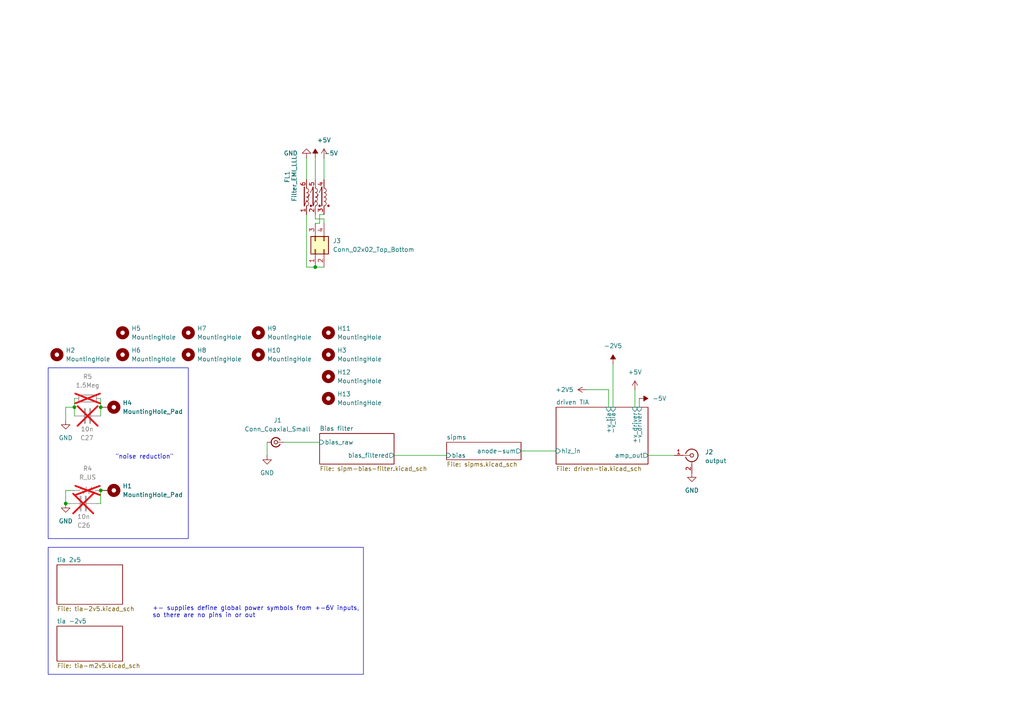
<source format=kicad_sch>
(kicad_sch (version 20250114) (generator "eeschema") (generator_version "9.0")
  (paper "A4")
  (lib_symbols
    (symbol "Connector:Conn_Coaxial" (pin_names (offset 1.016) (hide yes))
      (property "Reference" "J" (at 0.254 3.048 0))
      (property "Value" "Conn_Coaxial" (at 2.921 0 90))
      (symbol "Conn_Coaxial_0_1"
        (polyline (pts (xy -2.54 0) (xy -0.508 0)))
        (arc (start 1.778 0) (mid 0.222 -1.8079) (end -1.778 -0.508) (stroke (width 0.254)))
        (arc (start -1.778 0.508) (mid 0.2221 1.8084) (end 1.778 0) (stroke (width 0.254)))
        (circle (center 0 0) (radius 0.508) (stroke (width 0.2032)))
        (polyline (pts (xy 0 -2.54) (xy 0 -1.778)))
      )
      (symbol "Conn_Coaxial_1_1"
        (pin passive line (at -5.08 0 0) (length 2.54) (name "In") (number "1"))
        (pin passive line (at 0 -5.08 90) (length 2.54) (name "Ext") (number "2"))
      )
    )
    (symbol "Connector:Conn_Coaxial_Small" (pin_numbers (hide yes)) (pin_names (offset 1.016) (hide yes))
      (property "Reference" "J" (at 0.254 3.048 0))
      (property "Value" "Conn_Coaxial_Small" (at 0 -3.81 0))
      (symbol "Conn_Coaxial_Small_0_1"
        (polyline (pts (xy -2.54 0) (xy -0.508 0)))
        (circle (center 0 0) (radius 0.508) (stroke (width 0.2032)))
      )
      (symbol "Conn_Coaxial_Small_1_1"
        (arc (start 1.3484 0.0039) (mid 0.327 -1.308) (end -1.1916 -0.6311) (stroke (width 0.3048)))
        (arc (start -1.1916 0.6311) (mid 0.327 1.3081) (end 1.3484 -0.0039) (stroke (width 0.3048)))
        (pin passive line (at -2.54 0 0) (length 1.27) (name "In") (number "1"))
        (pin passive line (at 2.54 0 180) (length 1.27) (name "Ext") (number "2"))
      )
    )
    (symbol "Connector_Generic:Conn_02x02_Top_Bottom" (pin_names (offset 1.016) (hide yes))
      (property "Reference" "J" (at 1.27 2.54 0))
      (property "Value" "Conn_02x02_Top_Bottom" (at 1.27 -5.08 0))
      (symbol "Conn_02x02_Top_Bottom_1_1"
        (rectangle (start -1.27 1.27) (end 3.81 -3.81) (stroke (width 0.254)) (fill (type background)))
        (rectangle (start -1.27 0.127) (end 0 -0.127) (stroke (width 0.1524)))
        (rectangle (start -1.27 -2.413) (end 0 -2.667) (stroke (width 0.1524)))
        (rectangle (start 3.81 0.127) (end 2.54 -0.127) (stroke (width 0.1524)))
        (rectangle (start 3.81 -2.413) (end 2.54 -2.667) (stroke (width 0.1524)))
        (pin passive line (at -5.08 0 0) (length 3.81) (name "Pin_1") (number "1"))
        (pin passive line (at -5.08 -2.54 0) (length 3.81) (name "Pin_2") (number "2"))
        (pin passive line (at 7.62 0 180) (length 3.81) (name "Pin_3") (number "3"))
        (pin passive line (at 7.62 -2.54 180) (length 3.81) (name "Pin_4") (number "4"))
      )
    )
    (symbol "Device:C" (pin_numbers (hide yes)) (pin_names (offset 0.254))
      (property "Reference" "C" (at 0.635 2.54 0))
      (property "Value" "C" (at 0.635 -2.54 0))
      (symbol "C_0_1"
        (polyline (pts (xy -2.032 0.762) (xy 2.032 0.762)) (stroke (width 0.508)))
        (polyline (pts (xy -2.032 -0.762) (xy 2.032 -0.762)) (stroke (width 0.508)))
      )
      (symbol "C_1_1"
        (pin passive line (at 0 3.81 270) (length 2.794) (name "~") (number "1"))
        (pin passive line (at 0 -3.81 90) (length 2.794) (name "~") (number "2"))
      )
    )
    (symbol "Device:R" (pin_numbers (hide yes)) (pin_names (offset 0))
      (property "Reference" "R" (at 2.032 0 90))
      (property "Value" "R" (at 0 0 90))
      (symbol "R_0_1"
        (rectangle (start -1.016 -2.54) (end 1.016 2.54) (stroke (width 0.254)))
      )
      (symbol "R_1_1"
        (pin passive line (at 0 3.81 270) (length 1.27) (name "~") (number "1"))
        (pin passive line (at 0 -3.81 90) (length 1.27) (name "~") (number "2"))
      )
    )
    (symbol "Device:R_US" (pin_numbers (hide yes)) (pin_names (offset 0))
      (property "Reference" "R" (at 2.54 0 90))
      (property "Value" "R_US" (at -2.54 0 90))
      (symbol "R_US_0_1"
        (polyline (pts (xy 0 2.286) (xy 0 2.54)))
        (polyline (pts (xy 0 2.286) (xy 1.016 1.905) (xy 0 1.524) (xy -1.016 1.143) (xy 0 0.762)))
        (polyline (pts (xy 0 0.762) (xy 1.016 0.381) (xy 0 0) (xy -1.016 -0.381) (xy 0 -0.762)))
        (polyline (pts (xy 0 -0.762) (xy 1.016 -1.143) (xy 0 -1.524) (xy -1.016 -1.905) (xy 0 -2.286)))
        (polyline (pts (xy 0 -2.286) (xy 0 -2.54)))
      )
      (symbol "R_US_1_1"
        (pin passive line (at 0 3.81 270) (length 1.27) (name "~") (number "1"))
        (pin passive line (at 0 -3.81 90) (length 1.27) (name "~") (number "2"))
      )
    )
    (symbol "Filter_EMI_LLL_2" (pin_names (hide yes))
      (property "Reference" "FL1" (at 5.842 -8.128 0))
      (property "Value" "Filter_EMI_LLL" (at 5.334 -6.096 0))
      (symbol "Filter_EMI_LLL_2_0_1"
        (circle (center -2.54 3.81) (radius 0.254) (fill (type outline)))
        (polyline (pts (xy -2.54 1.905) (xy 2.921 1.905)) (stroke (width 0.3)))
        (circle (center -2.54 1.27) (radius 0.254) (fill (type outline)))
        (polyline (pts (xy -2.54 -0.635) (xy 2.921 -0.635)) (stroke (width 0.3)))
        (circle (center -2.54 -1.27) (radius 0.254) (fill (type outline)))
        (polyline (pts (xy -2.54 -3.175) (xy 2.921 -3.175)) (stroke (width 0.3)))
        (arc (start -2.54 2.54) (mid -1.905 3.1723) (end -1.27 2.54))
        (arc (start -2.54 0) (mid -1.905 0.6323) (end -1.27 0))
        (arc (start -2.54 -2.54) (mid -1.905 -1.9077) (end -1.27 -2.54))
        (polyline (pts (xy -0.889 0.127) (xy -2.54 -0.635)) (stroke (width 0.1524)))
        (polyline (pts (xy -0.889 -2.413) (xy -2.54 -3.175)) (stroke (width 0.1524)))
        (arc (start -1.27 2.54) (mid -0.635 3.1723) (end 0 2.54))
        (arc (start -1.27 0) (mid -0.635 0.6323) (end 0 0))
        (arc (start -1.27 -2.54) (mid -0.635 -1.9077) (end 0 -2.54))
        (arc (start 0 2.54) (mid 0.635 3.1723) (end 1.27 2.54))
        (arc (start 0 0) (mid 0.635 0.6323) (end 1.27 0))
        (arc (start 0 -2.54) (mid 0.635 -1.9077) (end 1.27 -2.54))
        (polyline (pts (xy 0.762 0.889) (xy -0.254 0.381)) (stroke (width 0.1524)))
        (polyline (pts (xy 0.762 -1.651) (xy -0.254 -2.159)) (stroke (width 0.1524)))
        (arc (start 1.27 2.54) (mid 1.905 3.1723) (end 2.54 2.54))
        (arc (start 1.27 0) (mid 1.905 0.6323) (end 2.54 0))
        (arc (start 1.27 -2.54) (mid 1.905 -1.9077) (end 2.54 -2.54))
        (polyline (pts (xy 2.921 1.905) (xy 1.27 1.143)) (stroke (width 0.1524)))
        (polyline (pts (xy 2.921 -0.635) (xy 1.27 -1.397)) (stroke (width 0.1524)))
      )
      (symbol "Filter_EMI_LLL_2_1_1"
        (pin passive line (at -5.08 2.54 0) (length 2.54) (name "1") (number "3"))
        (pin passive line (at -5.08 0 0) (length 2.54) (name "3") (number "2"))
        (pin passive line (at -5.08 -2.54 0) (length 2.54) (name "5") (number "1"))
        (pin power_out line (at 5.08 2.54 180) (length 2.54) (name "2") (number "4"))
        (pin power_out line (at 5.08 0 180) (length 2.54) (name "4") (number "5"))
        (pin passive line (at 5.08 -2.54 180) (length 2.54) (name "6") (number "6"))
      )
    )
    (symbol "Mechanical:MountingHole" (pin_names (offset 1.016)) (exclude_from_sim yes) (in_bom no)
      (property "Reference" "H" (at 0 5.08 0))
      (property "Value" "MountingHole" (at 0 3.175 0))
      (symbol "MountingHole_0_1"
        (circle (center 0 0) (radius 1.27) (stroke (width 1.27)))
      )
    )
    (symbol "Mechanical:MountingHole_Pad" (pin_numbers (hide yes)) (pin_names (offset 1.016) (hide yes)) (exclude_from_sim yes) (in_bom no)
      (property "Reference" "H" (at 0 6.35 0))
      (property "Value" "MountingHole_Pad" (at 0 4.445 0))
      (symbol "MountingHole_Pad_0_1"
        (circle (center 0 1.27) (radius 1.27) (stroke (width 1.27)))
      )
      (symbol "MountingHole_Pad_1_1"
        (pin input line (at 0 -2.54 90) (length 2.54) (name "1") (number "1"))
      )
    )
    (symbol "power:+2V5" (power) (pin_numbers (hide yes)) (pin_names (offset 0) (hide yes))
      (property "Value" "+2V5" (at 0 3.556 0))
      (symbol "+2V5_0_1"
        (polyline (pts (xy -0.762 1.27) (xy 0 2.54)))
        (polyline (pts (xy 0 2.54) (xy 0.762 1.27)))
        (polyline (pts (xy 0 0) (xy 0 2.54)))
      )
      (symbol "+2V5_1_1"
        (pin power_in line (at 0 0 90) (length 0) (name "~") (number "1"))
      )
    )
    (symbol "power:+5V" (power) (pin_numbers (hide yes)) (pin_names (offset 0) (hide yes))
      (property "Value" "+5V" (at 0 3.556 0))
      (symbol "+5V_0_1"
        (polyline (pts (xy -0.762 1.27) (xy 0 2.54)))
        (polyline (pts (xy 0 2.54) (xy 0.762 1.27)))
        (polyline (pts (xy 0 0) (xy 0 2.54)))
      )
      (symbol "+5V_1_1"
        (pin power_in line (at 0 0 90) (length 0) (name "~") (number "1"))
      )
    )
    (symbol "power:-2V5" (power) (pin_numbers (hide yes)) (pin_names (offset 0) (hide yes))
      (property "Value" "-2V5" (at 0 3.556 0))
      (symbol "-2V5_0_0"
        (pin power_in line (at 0 0 90) (length 0) (name "~") (number "1"))
      )
      (symbol "-2V5_0_1"
        (polyline (pts (xy 0 0) (xy 0 1.27) (xy 0.762 1.27) (xy 0 2.54) (xy -0.762 1.27) (xy 0 1.27)) (fill (type outline)))
      )
    )
    (symbol "power:-5V" (power) (pin_numbers (hide yes)) (pin_names (offset 0) (hide yes))
      (property "Value" "-5V" (at 0 3.556 0))
      (symbol "-5V_0_0"
        (pin power_in line (at 0 0 90) (length 0) (name "~") (number "1"))
      )
      (symbol "-5V_0_1"
        (polyline (pts (xy 0 0) (xy 0 1.27) (xy 0.762 1.27) (xy 0 2.54) (xy -0.762 1.27) (xy 0 1.27)) (fill (type outline)))
      )
    )
    (symbol "power:GND" (power) (pin_numbers (hide yes)) (pin_names (offset 0) (hide yes))
      (property "Value" "GND" (at 0 -3.81 0))
      (symbol "GND_0_1"
        (polyline (pts (xy 0 0) (xy 0 -1.27) (xy 1.27 -1.27) (xy 0 -2.54) (xy -1.27 -1.27) (xy 0 -1.27)))
      )
      (symbol "GND_1_1"
        (pin power_in line (at 0 0 270) (length 0) (name "~") (number "1"))
      )
    )
  )
  (rectangle (start 13.97 106.68) (end 54.61 156.21))
  (rectangle (start 13.97 158.75) (end 105.41 195.58))
  (text "\"noise reduction\"" (at 41.91 132.588 0) (effects (font (size 1.27 1.27))))
  (text "+- supplies define global power symbols from +-6V inputs,\nso there are no pins in or out" (at 44.196 177.546 0) (effects (font (size 1.27 1.27)) (justify left)))
  (junction (at 29.21 142.24))
  (junction (at 21.59 118.11))
  (junction (at 91.44 77.47))
  (junction (at 19.05 146.05))
  (junction (at 29.21 118.11))
  (wire (pts (xy 92.71 64.77) (xy 92.71 62.23)))
  (wire (pts (xy 91.44 63.5) (xy 91.44 62.23)))
  (wire (pts (xy 91.44 64.77) (xy 92.71 64.77)))
  (wire (pts (xy 21.59 115.57) (xy 21.59 118.11)))
  (wire (pts (xy 93.98 64.77) (xy 93.98 63.5)))
  (wire (pts (xy 19.05 121.92) (xy 19.05 118.11)))
  (wire (pts (xy 19.05 146.05) (xy 19.05 142.24)))
  (wire (pts (xy 185.42 115.57) (xy 185.42 118.11)))
  (wire (pts (xy 77.47 128.27) (xy 77.47 132.08)))
  (wire (pts (xy 29.21 118.11) (xy 29.21 120.65)))
  (wire (pts (xy 170.18 113.03) (xy 176.53 113.03)))
  (wire (pts (xy 29.21 146.05) (xy 29.21 142.24)))
  (wire (pts (xy 93.98 45.72) (xy 93.98 52.07)))
  (wire (pts (xy 91.44 45.72) (xy 91.44 52.07)))
  (wire (pts (xy 21.59 118.11) (xy 21.59 120.65)))
  (wire (pts (xy 27.94 146.05) (xy 29.21 146.05)))
  (wire (pts (xy 82.55 128.27) (xy 92.71 128.27)))
  (wire (pts (xy 176.53 113.03) (xy 176.53 118.11)))
  (wire (pts (xy 19.05 118.11) (xy 21.59 118.11)))
  (wire (pts (xy 93.98 77.47) (xy 91.44 77.47)))
  (wire (pts (xy 92.71 62.23) (xy 93.98 62.23)))
  (wire (pts (xy 93.98 63.5) (xy 91.44 63.5)))
  (wire (pts (xy 88.9 45.72) (xy 88.9 52.07)))
  (wire (pts (xy 151.13 130.81) (xy 161.29 130.81)))
  (wire (pts (xy 88.9 77.47) (xy 88.9 62.23)))
  (wire (pts (xy 19.05 146.05) (xy 20.32 146.05)))
  (wire (pts (xy 187.96 132.08) (xy 195.58 132.08)))
  (wire (pts (xy 184.15 113.03) (xy 184.15 118.11)))
  (wire (pts (xy 91.44 77.47) (xy 88.9 77.47)))
  (wire (pts (xy 29.21 115.57) (xy 29.21 118.11)))
  (wire (pts (xy 114.3 132.08) (xy 129.54 132.08)))
  (wire (pts (xy 19.05 142.24) (xy 21.59 142.24)))
  (wire (pts (xy 177.8 105.41) (xy 177.8 118.11)))
  (symbol (lib_id "Device:C") (at 24.13 146.05 270) (unit 1) (in_bom no) (dnp yes)
    (property "Reference" "C26" (at 22.352 152.4 90) (effects (justify left)))
    (property "Value" "10n" (at 22.352 149.86 90) (effects (justify left)))
    (property "Footprint" "Capacitor_SMD:C_0805_2012Metric_Pad1.18x1.45mm_HandSolder" (effects (hide yes)))
    (property "Description" "Unpolarized capacitor" (effects (hide yes)))
  )
  (symbol (lib_id "power:-2V5") (at 177.8 105.41 0) (unit 1)
    (property "Reference" "#PWR016" (effects (hide yes)))
    (property "Value" "-2V5" (at 177.8 100.33 0))
    (property "Description" "Power symbol creates a global label with name \"-2V5\"" (effects (hide yes)))
  )
  (symbol (lib_id "power:GND") (at 88.9 45.72 0) (mirror x) (unit 1)
    (property "Reference" "#PWR044" (effects (hide yes)))
    (property "Value" "GND" (at 86.36 44.4499 0) (effects (justify right)))
    (property "Description" "Power symbol creates a global label with name \"GND\" , ground" (effects (hide yes)))
  )
  (symbol (lib_id "power:-5V") (at 185.42 115.57 270) (unit 1)
    (property "Reference" "#PWR014" (effects (hide yes)))
    (property "Value" "-5V" (at 189.23 115.5699 90) (effects (justify left)))
    (property "Description" "Power symbol creates a global label with name \"-5V\"" (effects (hide yes)))
  )
  (symbol (lib_id "Connector:Conn_Coaxial_Small") (at 80.01 128.27 180) (unit 1)
    (property "Reference" "J1" (at 80.5295 121.92 0))
    (property "Value" "Conn_Coaxial_Small" (at 80.5295 124.46 0))
    (property "Footprint" "Connector_Coaxial:MMCX_Molex_73415-1471_Vertical" (effects (hide yes)))
    (property "Description" "small coaxial connector (BNC, SMA, SMB, SMC, Cinch/RCA, LEMO, ...)" (effects (hide yes)))
  )
  (symbol (lib_id "power:GND") (at 19.05 146.05 0) (unit 1)
    (property "Reference" "#PWR020" (effects (hide yes)))
    (property "Value" "GND" (at 19.05 151.13 0))
    (property "Description" "Power symbol creates a global label with name \"GND\" , ground" (effects (hide yes)))
  )
  (symbol (lib_id "power:+5V") (at 184.15 113.03 0) (unit 1)
    (property "Reference" "#PWR013" (effects (hide yes)))
    (property "Value" "+5V" (at 184.15 107.95 0))
    (property "Description" "Power symbol creates a global label with name \"+5V\"" (effects (hide yes)))
  )
  (symbol (lib_id "Connector_Generic:Conn_02x02_Top_Bottom") (at 91.44 72.39 90) (unit 1)
    (property "Reference" "J3" (at 96.52 69.8499 90) (effects (justify right)))
    (property "Value" "Conn_02x02_Top_Bottom" (at 96.52 72.3899 90) (effects (justify right)))
    (property "Footprint" "Library:M80_5000442" (effects (hide yes)))
    (property "Description" "Generic connector, double row, 02x02, top/bottom pin numbering scheme (row 1: 1...pins_per_row, row2: pins_per_row+1 ... num_pins), script generated (kicad-library-utils/schlib/autogen/connector/)" (effects (hide yes)))
  )
  (symbol (lib_id "Mechanical:MountingHole") (at 35.56 102.87 0) (unit 1) (exclude_from_sim yes) (in_bom no)
    (property "Reference" "H6" (at 38.1 101.5999 0) (effects (justify left)))
    (property "Value" "MountingHole" (at 38.1 104.1399 0) (effects (justify left)))
    (property "Footprint" "MountingHole:MountingHole_3.2mm_M3" (effects (hide yes)))
    (property "Description" "Mounting Hole without connection" (effects (hide yes)))
  )
  (symbol (lib_id "Mechanical:MountingHole") (at 74.93 102.87 0) (unit 1) (exclude_from_sim yes) (in_bom no)
    (property "Reference" "H10" (at 77.47 101.5999 0) (effects (justify left)))
    (property "Value" "MountingHole" (at 77.47 104.1399 0) (effects (justify left)))
    (property "Footprint" "MountingHole:MountingHole_3.2mm_M3" (effects (hide yes)))
    (property "Description" "Mounting Hole without connection" (effects (hide yes)))
  )
  (symbol (lib_id "Mechanical:MountingHole") (at 95.25 109.22 0) (unit 1) (exclude_from_sim yes) (in_bom no)
    (property "Reference" "H12" (at 97.79 107.9499 0) (effects (justify left)))
    (property "Value" "MountingHole" (at 97.79 110.4899 0) (effects (justify left)))
    (property "Footprint" "MountingHole:MountingHole_3.2mm_M3" (effects (hide yes)))
    (property "Description" "Mounting Hole without connection" (effects (hide yes)))
  )
  (symbol (lib_id "Mechanical:MountingHole") (at 95.25 96.52 0) (unit 1) (exclude_from_sim yes) (in_bom no)
    (property "Reference" "H11" (at 97.79 95.2499 0) (effects (justify left)))
    (property "Value" "MountingHole" (at 97.79 97.7899 0) (effects (justify left)))
    (property "Footprint" "MountingHole:MountingHole_3.2mm_M3" (effects (hide yes)))
    (property "Description" "Mounting Hole without connection" (effects (hide yes)))
  )
  (symbol (lib_id "Mechanical:MountingHole") (at 35.56 96.52 0) (unit 1) (exclude_from_sim yes) (in_bom no)
    (property "Reference" "H5" (at 38.1 95.2499 0) (effects (justify left)))
    (property "Value" "MountingHole" (at 38.1 97.7899 0) (effects (justify left)))
    (property "Footprint" "MountingHole:MountingHole_3.2mm_M3" (effects (hide yes)))
    (property "Description" "Mounting Hole without connection" (effects (hide yes)))
  )
  (symbol (lib_name "Filter_EMI_LLL_2") (lib_id "Device:Filter_EMI_LLL") (at 91.44 57.15 270) (mirror x) (unit 1)
    (property "Reference" "FL1" (at 83.312 51.308 0))
    (property "Value" "Filter_EMI_LLL" (at 85.344 51.816 0))
    (property "Footprint" "Library:WE-SL3_744252XXX" (effects (hide yes)))
    (property "Datasheet" "https://www.we-online.com/components/products/datasheet/744253200.pdf" (effects (hide yes)))
    (property "Description" "EMI 3-inductor filter" (effects (hide yes)))
  )
  (symbol (lib_id "power:GND") (at 200.66 137.16 0) (unit 1)
    (property "Reference" "#PWR017" (effects (hide yes)))
    (property "Value" "GND" (at 200.66 142.24 0))
    (property "Description" "Power symbol creates a global label with name \"GND\" , ground" (effects (hide yes)))
  )
  (symbol (lib_id "power:+5V") (at 93.98 45.72 0) (unit 1)
    (property "Reference" "#PWR09" (effects (hide yes)))
    (property "Value" "+5V" (at 93.98 40.64 0))
    (property "Description" "Power symbol creates a global label with name \"+5V\"" (effects (hide yes)))
  )
  (symbol (lib_id "Device:R_US") (at 25.4 142.24 90) (unit 1) (in_bom no) (dnp yes)
    (property "Reference" "R4" (at 25.4 135.89 90))
    (property "Value" "R_US" (at 25.4 138.43 90))
    (property "Footprint" "Resistor_SMD:R_0805_2012Metric_Pad1.20x1.40mm_HandSolder" (effects (hide yes)))
    (property "Description" "Resistor, US symbol" (effects (hide yes)))
  )
  (symbol (lib_id "Mechanical:MountingHole") (at 95.25 115.57 0) (unit 1) (exclude_from_sim yes) (in_bom no)
    (property "Reference" "H13" (at 97.79 114.2999 0) (effects (justify left)))
    (property "Value" "MountingHole" (at 97.79 116.8399 0) (effects (justify left)))
    (property "Footprint" "MountingHole:MountingHole_3.2mm_M3" (effects (hide yes)))
    (property "Description" "Mounting Hole without connection" (effects (hide yes)))
  )
  (symbol (lib_id "Mechanical:MountingHole_Pad") (at 31.75 118.11 270) (unit 1) (exclude_from_sim yes) (in_bom no)
    (property "Reference" "H4" (at 35.56 116.8399 90) (effects (justify left)))
    (property "Value" "MountingHole_Pad" (at 35.56 119.3799 90) (effects (justify left)))
    (property "Footprint" "MountingHole:MountingHole_3.2mm_M3_DIN965_Pad" (effects (hide yes)))
    (property "Description" "Mounting Hole with connection" (effects (hide yes)))
  )
  (symbol (lib_id "Mechanical:MountingHole") (at 95.25 102.87 0) (unit 1) (exclude_from_sim yes) (in_bom no)
    (property "Reference" "H3" (at 97.79 101.5999 0) (effects (justify left)))
    (property "Value" "MountingHole" (at 97.79 104.1399 0) (effects (justify left)))
    (property "Footprint" "MountingHole:MountingHole_3.2mm_M3" (effects (hide yes)))
    (property "Description" "Mounting Hole without connection" (effects (hide yes)))
  )
  (symbol (lib_id "power:GND") (at 19.05 121.92 0) (unit 1)
    (property "Reference" "#PWR056" (effects (hide yes)))
    (property "Value" "GND" (at 19.05 127 0))
    (property "Description" "Power symbol creates a global label with name \"GND\" , ground" (effects (hide yes)))
  )
  (symbol (lib_id "Mechanical:MountingHole") (at 74.93 96.52 0) (unit 1) (exclude_from_sim yes) (in_bom no)
    (property "Reference" "H9" (at 77.47 95.2499 0) (effects (justify left)))
    (property "Value" "MountingHole" (at 77.47 97.7899 0) (effects (justify left)))
    (property "Footprint" "MountingHole:MountingHole_3.2mm_M3" (effects (hide yes)))
    (property "Description" "Mounting Hole without connection" (effects (hide yes)))
  )
  (symbol (lib_id "power:-5V") (at 91.44 45.72 0) (unit 1)
    (property "Reference" "#PWR08" (effects (hide yes)))
    (property "Value" "-5V" (at 93.98 44.4499 0) (effects (justify left)))
    (property "Description" "Power symbol creates a global label with name \"-5V\"" (effects (hide yes)))
  )
  (symbol (lib_id "Connector:Conn_Coaxial") (at 200.66 132.08 0) (unit 1)
    (property "Reference" "J2" (at 204.47 131.1031 0) (effects (justify left)))
    (property "Value" "output" (at 204.47 133.6431 0) (effects (justify left)))
    (property "Footprint" "Connector_Coaxial:MMCX_Molex_73415-0961_Horizontal_1.6mm-PCB" (effects (hide yes)))
    (property "Description" "coaxial connector (BNC, SMA, SMB, SMC, Cinch/RCA, LEMO, ...)" (effects (hide yes)))
  )
  (symbol (lib_id "Mechanical:MountingHole") (at 16.51 102.87 0) (unit 1) (exclude_from_sim yes) (in_bom no)
    (property "Reference" "H2" (at 19.05 101.5999 0) (effects (justify left)))
    (property "Value" "MountingHole" (at 19.05 104.1399 0) (effects (justify left)))
    (property "Footprint" "MountingHole:MountingHole_3.2mm_M3" (effects (hide yes)))
    (property "Description" "Mounting Hole without connection" (effects (hide yes)))
  )
  (symbol (lib_id "Mechanical:MountingHole") (at 54.61 102.87 0) (unit 1) (exclude_from_sim yes) (in_bom no)
    (property "Reference" "H8" (at 57.15 101.5999 0) (effects (justify left)))
    (property "Value" "MountingHole" (at 57.15 104.1399 0) (effects (justify left)))
    (property "Footprint" "MountingHole:MountingHole_3.2mm_M3" (effects (hide yes)))
    (property "Description" "Mounting Hole without connection" (effects (hide yes)))
  )
  (symbol (lib_id "power:GND") (at 77.47 132.08 0) (unit 1)
    (property "Reference" "#PWR057" (effects (hide yes)))
    (property "Value" "GND" (at 77.47 137.16 0))
    (property "Description" "Power symbol creates a global label with name \"GND\" , ground" (effects (hide yes)))
  )
  (symbol (lib_id "Mechanical:MountingHole_Pad") (at 31.75 142.24 270) (unit 1) (exclude_from_sim yes) (in_bom no)
    (property "Reference" "H1" (at 35.56 140.9699 90) (effects (justify left)))
    (property "Value" "MountingHole_Pad" (at 35.56 143.5099 90) (effects (justify left)))
    (property "Footprint" "MountingHole:MountingHole_3.2mm_M3_DIN965_Pad" (effects (hide yes)))
    (property "Description" "Mounting Hole with connection" (effects (hide yes)))
  )
  (symbol (lib_id "Mechanical:MountingHole") (at 54.61 96.52 0) (unit 1) (exclude_from_sim yes) (in_bom no)
    (property "Reference" "H7" (at 57.15 95.2499 0) (effects (justify left)))
    (property "Value" "MountingHole" (at 57.15 97.7899 0) (effects (justify left)))
    (property "Footprint" "MountingHole:MountingHole_3.2mm_M3" (effects (hide yes)))
    (property "Description" "Mounting Hole without connection" (effects (hide yes)))
  )
  (symbol (lib_id "Device:C") (at 25.4 120.65 90) (mirror x) (unit 1) (in_bom no) (dnp yes)
    (property "Reference" "C27" (at 27.178 127 90) (effects (justify left)))
    (property "Value" "10n" (at 27.178 124.46 90) (effects (justify left)))
    (property "Footprint" "Capacitor_SMD:C_1206_3216Metric_Pad1.33x1.80mm_HandSolder" (effects (hide yes)))
    (property "Description" "Unpolarized capacitor" (effects (hide yes)))
  )
  (symbol (lib_id "Device:R") (at 25.4 115.57 90) (unit 1) (in_bom no) (dnp yes)
    (property "Reference" "R5" (at 25.4 109.22 90))
    (property "Value" "1.5Meg" (at 25.4 111.76 90))
    (property "Footprint" "Resistor_SMD:R_1206_3216Metric_Pad1.30x1.75mm_HandSolder" (effects (hide yes)))
    (property "Description" "Resistor" (effects (hide yes)))
  )
  (symbol (lib_id "power:+2V5") (at 170.18 113.03 90) (unit 1)
    (property "Reference" "#PWR015" (effects (hide yes)))
    (property "Value" "+2V5" (at 166.37 113.0299 90) (effects (justify left)))
    (property "Description" "Power symbol creates a global label with name \"+2V5\"" (effects (hide yes)))
  )
  (sheet (at 161.29 118.11) (size 26.67 16.51) (stroke (width 0.1524))
    (property "Sheetname" "driven TIA" (at 161.29 117.3984 0) (effects (justify left bottom)))
    (property "Sheetfile" "driven-tia.kicad_sch" (at 161.29 135.2046 0) (effects (justify left top)))
    (pin "-v_tia" input (at 177.8 118.11 90))
    (pin "hiz_in" input (at 161.29 130.81 180))
    (pin "+v_tia" input (at 176.53 118.11 90))
    (pin "-v_driver" input (at 185.42 118.11 90))
    (pin "+v_driver" input (at 184.15 118.11 90))
    (pin "amp_out" output (at 187.96 132.08 0))
  )
  (sheet (at 129.54 128.27) (size 21.59 5.08) (stroke (width 0.1524))
    (property "Sheetname" "sipms" (at 129.54 127.5584 0) (effects (justify left bottom)))
    (property "Sheetfile" "sipms.kicad_sch" (at 129.54 133.9346 0) (effects (justify left top)))
    (pin "anode-sum" output (at 151.13 130.81 0))
    (pin "bias" input (at 129.54 132.08 180))
  )
  (sheet (at 16.51 181.61) (size 19.05 10.16) (stroke (width 0.1524))
    (property "Sheetname" "tia -2v5" (at 16.51 180.8984 0) (effects (justify left bottom)))
    (property "Sheetfile" "tia-m2v5.kicad_sch" (at 16.51 192.3546 0) (effects (justify left top)))
  )
  (sheet (at 92.71 125.73) (size 21.59 8.89) (stroke (width 0.1524))
    (property "Sheetname" "Bias filter" (at 92.71 125.0184 0) (effects (justify left bottom)))
    (property "Sheetfile" "sipm-bias-filter.kicad_sch" (at 92.71 135.2046 0) (effects (justify left top)))
    (pin "bias_raw" input (at 92.71 128.27 180))
    (pin "bias_filtered" output (at 114.3 132.08 0))
  )
  (sheet (at 16.51 163.83) (size 19.05 11.43) (stroke (width 0.1524))
    (property "Sheetname" "tia 2v5" (at 16.51 163.1184 0) (effects (justify left bottom)))
    (property "Sheetfile" "tia-2v5.kicad_sch" (at 16.51 175.8446 0) (effects (justify left top)))
  )
)
</source>
